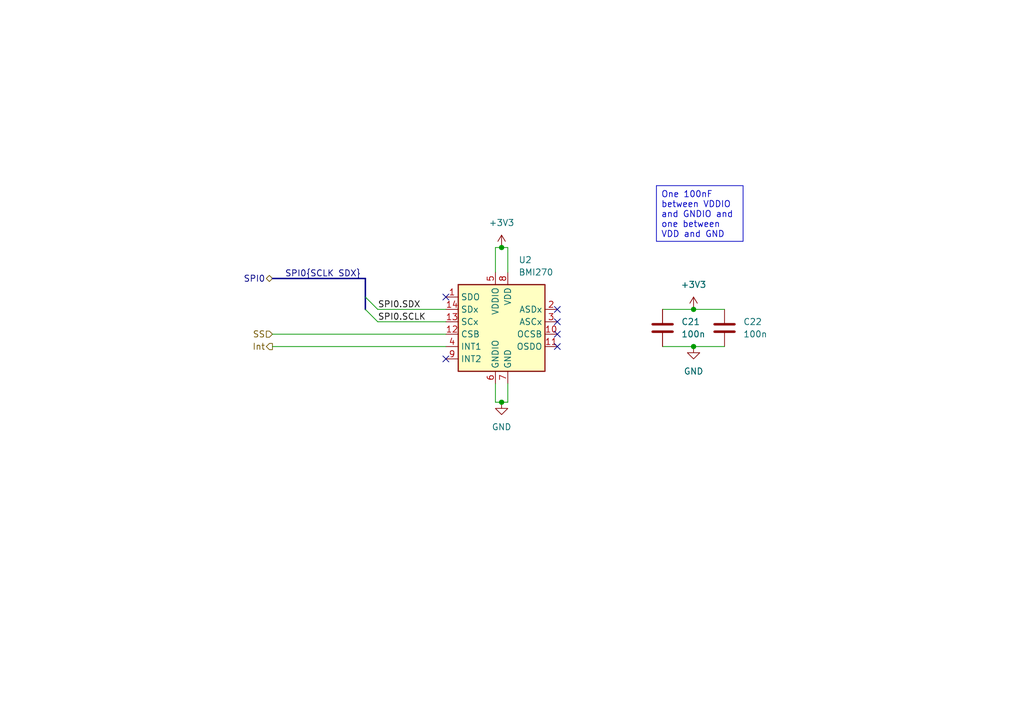
<source format=kicad_sch>
(kicad_sch (version 20231120) (generator "eeschema") (generator_version "8.0")
  (paper "A5")
  (title_block (title "Kolibri FC - Gyro"))
  (lib_symbols
    (symbol "Device:C" (pin_numbers hide) (pin_names (offset 0.254))
      (property "Reference" "C" (at 0.635 2.54 0))
      (property "Value" "C" (at 0.635 -2.54 0))
      (symbol "C_0_1"
        (polyline (pts (xy -2.032 -0.762) (xy 2.032 -0.762)) (stroke (width 0.508)))
        (polyline (pts (xy -2.032 0.762) (xy 2.032 0.762)) (stroke (width 0.508)))
      )
      (symbol "C_1_1"
        (pin passive line (at 0 3.81 270) (length 2.794) (name "~") (number "1"))
        (pin passive line (at 0 -3.81 90) (length 2.794) (name "~") (number "2"))
      )
    )
    (symbol "Sensor_Motion:BMI160"
      (property "Reference" "U5" (at 2.1941 12.7 0))
      (property "Value" "BMI270" (at 2.1941 10.16 0))
      (symbol "BMI160_1_1"
        (rectangle (start -10.16 7.62) (end 7.62 -10.16) (stroke (width 0.254)) (fill (type background)))
        (pin bidirectional line (at -12.7 5.08 0) (length 2.54) (name "SDO") (number "1"))
        (pin bidirectional line (at 10.16 -2.54 180) (length 2.54) (name "OCSB") (number "10"))
        (pin bidirectional line (at 10.16 -5.08 180) (length 2.54) (name "OSDO") (number "11"))
        (pin input line (at -12.7 -2.54 0) (length 2.54) (name "CSB") (number "12"))
        (pin input line (at -12.7 0 0) (length 2.54) (name "SCx") (number "13"))
        (pin bidirectional line (at -12.7 2.54 0) (length 2.54) (name "SDx") (number "14"))
        (pin bidirectional line (at 10.16 2.54 180) (length 2.54) (name "ASDx") (number "2"))
        (pin output line (at 10.16 0 180) (length 2.54) (name "ASCx") (number "3"))
        (pin bidirectional line (at -12.7 -5.08 0) (length 2.54) (name "INT1") (number "4"))
        (pin power_in line (at -2.54 10.16 270) (length 2.54) (name "VDDIO") (number "5"))
        (pin power_in line (at -2.54 -12.7 90) (length 2.54) (name "GNDIO") (number "6"))
        (pin power_in line (at 0 -12.7 90) (length 2.54) (name "GND") (number "7"))
        (pin power_in line (at 0 10.16 270) (length 2.54) (name "VDD") (number "8"))
        (pin bidirectional line (at -12.7 -7.62 0) (length 2.54) (name "INT2") (number "9"))
      )
    )
    (symbol "power:+3V3" (power) (pin_numbers hide) (pin_names (offset 0) hide)
      (property "Value" "+3V3" (at 0 3.556 0))
      (symbol "+3V3_0_1"
        (polyline (pts (xy -0.762 1.27) (xy 0 2.54)))
        (polyline (pts (xy 0 0) (xy 0 2.54)))
        (polyline (pts (xy 0 2.54) (xy 0.762 1.27)))
      )
      (symbol "+3V3_1_1"
        (pin power_in line (at 0 0 90) (length 0) (name "~") (number "1"))
      )
    )
    (symbol "power:GND" (power) (pin_numbers hide) (pin_names (offset 0) hide)
      (property "Value" "GND" (at 0 -3.81 0))
      (symbol "GND_0_1"
        (polyline (pts (xy 0 0) (xy 0 -1.27) (xy 1.27 -1.27) (xy 0 -2.54) (xy -1.27 -1.27) (xy 0 -1.27)))
      )
      (symbol "GND_1_1"
        (pin power_in line (at 0 0 270) (length 0) (name "~") (number "1"))
      )
    )
  )
  (junction (at 142.24 71.12))
  (junction (at 142.24 63.5))
  (junction (at 102.87 82.55))
  (junction (at 102.87 50.8))
  (no_connect (at 114.3 71.12))
  (no_connect (at 114.3 63.5))
  (no_connect (at 91.44 60.96))
  (no_connect (at 114.3 68.58))
  (no_connect (at 91.44 73.66))
  (no_connect (at 114.3 66.04))
  (bus_entry (at 74.93 63.5) (size 2.54 2.54))
  (bus_entry (at 74.93 60.96) (size 2.54 2.54))
  (wire (pts (xy 102.87 82.55) (xy 104.14 82.55)))
  (wire (pts (xy 101.6 50.8) (xy 102.87 50.8)))
  (wire (pts (xy 142.24 63.5) (xy 148.59 63.5)))
  (wire (pts (xy 77.47 66.04) (xy 91.44 66.04)))
  (wire (pts (xy 55.88 71.12) (xy 91.44 71.12)))
  (wire (pts (xy 135.89 63.5) (xy 142.24 63.5)))
  (wire (pts (xy 55.88 68.58) (xy 91.44 68.58)))
  (wire (pts (xy 104.14 82.55) (xy 104.14 78.74)))
  (bus (pts (xy 55.88 57.15) (xy 74.93 57.15)))
  (wire (pts (xy 135.89 71.12) (xy 142.24 71.12)))
  (wire (pts (xy 101.6 82.55) (xy 102.87 82.55)))
  (wire (pts (xy 77.47 63.5) (xy 91.44 63.5)))
  (wire (pts (xy 101.6 78.74) (xy 101.6 82.55)))
  (bus (pts (xy 74.93 57.15) (xy 74.93 60.96)))
  (wire (pts (xy 101.6 55.88) (xy 101.6 50.8)))
  (wire (pts (xy 142.24 71.12) (xy 148.59 71.12)))
  (wire (pts (xy 102.87 50.8) (xy 104.14 50.8)))
  (bus (pts (xy 74.93 60.96) (xy 74.93 63.5)))
  (wire (pts (xy 104.14 50.8) (xy 104.14 55.88)))
  (text_box "One 100nF between VDDIO and GNDIO and one between VDD and GND\n" (at 134.62 38.1 0) (size 17.78 11.43) (effects (font (size 1.27 1.27)) (justify left top)))
  (label "SPI0{SCLK SDX}" (at 58.42 57.15 0))
  (label "SPI0.SDX" (at 77.47 63.5 0))
  (label "SPI0.SCLK" (at 77.47 66.04 0))
  (hierarchical_label "Int" (shape output) (at 55.88 71.12 180))
  (hierarchical_label "SPI0" (shape bidirectional) (at 55.88 57.15 180))
  (hierarchical_label "SS" (shape input) (at 55.88 68.58 180))
  (symbol (lib_id "Sensor_Motion:BMI160") (at 104.14 66.04 0) (unit 1)
    (property "Reference" "U2" (at 106.3341 53.34 0) (effects (justify left)))
    (property "Value" "BMI270" (at 106.3341 55.88 0) (effects (justify left)))
    (property "Footprint" "Package_LGA:Bosch_LGA-14_3x2.5mm_P0.5mm" (effects (hide yes)))
    (property "Datasheet" "https://www.bosch-sensortec.com/media/boschsensortec/downloads/datasheets/bst-bmi270-ds000.pdf" (effects (hide yes)))
    (property "Description" "Small, low power inertial measurement unit, LGA-14" (effects (hide yes)))
  )
  (symbol (lib_id "power:GND") (at 142.24 71.12 0) (unit 1)
    (property "Reference" "#PWR020" (effects (hide yes)))
    (property "Value" "GND" (at 142.24 76.2 0))
    (property "Description" "Power symbol creates a global label with name \"GND\" , ground" (effects (hide yes)))
  )
  (symbol (lib_id "power:+3V3") (at 142.24 63.5 0) (unit 1)
    (property "Reference" "#PWR019" (effects (hide yes)))
    (property "Value" "+3V3" (at 142.24 58.42 0))
    (property "Description" "Power symbol creates a global label with name \"+3V3\"" (effects (hide yes)))
  )
  (symbol (lib_id "power:+3V3") (at 102.87 50.8 0) (unit 1)
    (property "Reference" "#PWR016" (effects (hide yes)))
    (property "Value" "+3V3" (at 102.87 45.72 0))
    (property "Description" "Power symbol creates a global label with name \"+3V3\"" (effects (hide yes)))
  )
  (symbol (lib_id "Device:C") (at 135.89 67.31 0) (unit 1)
    (property "Reference" "C21" (at 139.7 66.0399 0) (effects (justify left)))
    (property "Value" "100n" (at 139.7 68.5799 0) (effects (justify left)))
    (property "Footprint" "Capacitor_SMD:C_0402_1005Metric" (effects (hide yes)))
    (property "Description" "Unpolarized capacitor" (effects (hide yes)))
  )
  (symbol (lib_id "power:GND") (at 102.87 82.55 0) (unit 1)
    (property "Reference" "#PWR018" (effects (hide yes)))
    (property "Value" "GND" (at 102.87 87.63 0))
    (property "Description" "Power symbol creates a global label with name \"GND\" , ground" (effects (hide yes)))
  )
  (symbol (lib_id "Device:C") (at 148.59 67.31 0) (unit 1)
    (property "Reference" "C22" (at 152.4 66.0399 0) (effects (justify left)))
    (property "Value" "100n" (at 152.4 68.5799 0) (effects (justify left)))
    (property "Footprint" "Capacitor_SMD:C_0402_1005Metric" (effects (hide yes)))
    (property "Description" "Unpolarized capacitor" (effects (hide yes)))
  )
)
</source>
